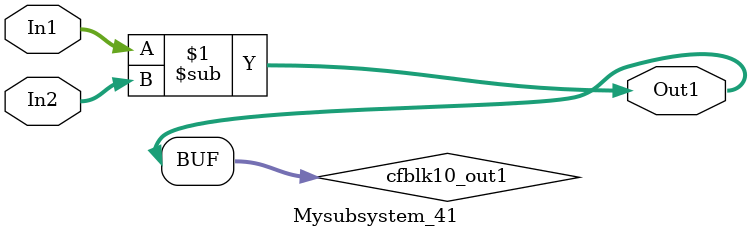
<source format=v>



`timescale 1 ns / 1 ns

module Mysubsystem_41
          (In1,
           In2,
           Out1);


  input   [7:0] In1;  // uint8
  input   [7:0] In2;  // uint8
  output  [7:0] Out1;  // uint8


  wire [7:0] cfblk10_out1;  // uint8


  assign cfblk10_out1 = In1 - In2;



  assign Out1 = cfblk10_out1;

endmodule  // Mysubsystem_41


</source>
